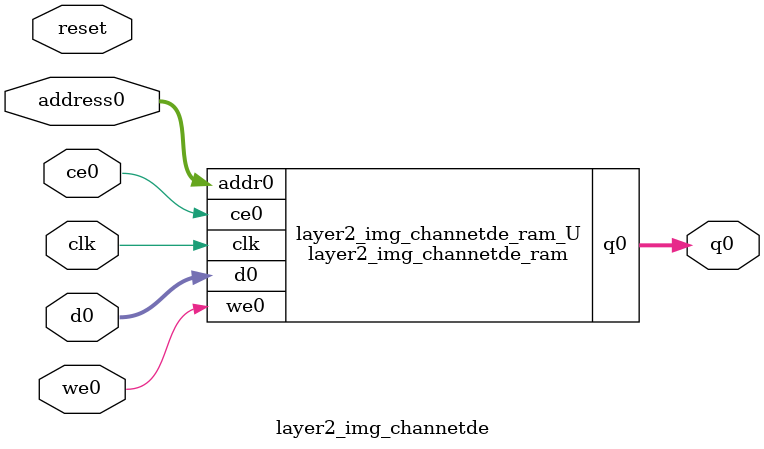
<source format=v>
`timescale 1 ns / 1 ps
module layer2_img_channetde_ram (addr0, ce0, d0, we0, q0,  clk);

parameter DWIDTH = 4;
parameter AWIDTH = 12;
parameter MEM_SIZE = 3584;

input[AWIDTH-1:0] addr0;
input ce0;
input[DWIDTH-1:0] d0;
input we0;
output reg[DWIDTH-1:0] q0;
input clk;

(* ram_style = "block" *)reg [DWIDTH-1:0] ram[0:MEM_SIZE-1];




always @(posedge clk)  
begin 
    if (ce0) 
    begin
        if (we0) 
        begin 
            ram[addr0] <= d0; 
        end 
        q0 <= ram[addr0];
    end
end


endmodule

`timescale 1 ns / 1 ps
module layer2_img_channetde(
    reset,
    clk,
    address0,
    ce0,
    we0,
    d0,
    q0);

parameter DataWidth = 32'd4;
parameter AddressRange = 32'd3584;
parameter AddressWidth = 32'd12;
input reset;
input clk;
input[AddressWidth - 1:0] address0;
input ce0;
input we0;
input[DataWidth - 1:0] d0;
output[DataWidth - 1:0] q0;



layer2_img_channetde_ram layer2_img_channetde_ram_U(
    .clk( clk ),
    .addr0( address0 ),
    .ce0( ce0 ),
    .we0( we0 ),
    .d0( d0 ),
    .q0( q0 ));

endmodule


</source>
